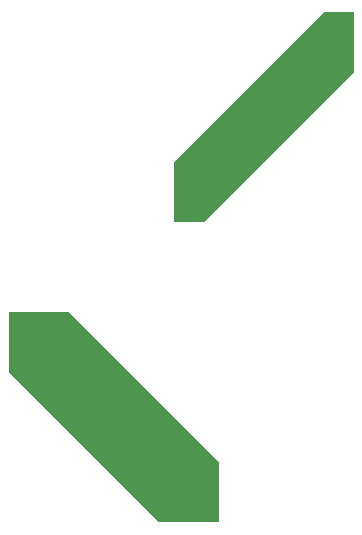
<source format=gbr>
%FSLAX34Y34*%
%MOIN*%
%ADD10R,0.2X0.2*%
%ADD11R,0.1X0.2*%


D10*
G01*
X5000Y-5000D01*
D11*
X10000Y10000D02*
X5000Y5000D01*
M02*


</source>
